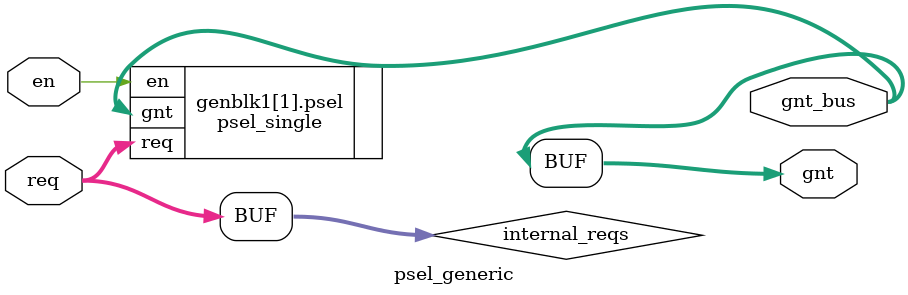
<source format=v>
`include "../../sys_defs.vh"
module psel_generic(req, en, gnt_bus, gnt);
	parameter WIDTH = 6; //number of grant lines that can be high at once.
	parameter NUM_REQS = 1; //number of req lines arbitrating over
	input [WIDTH-1:0] req;
	input en;
	output wire [(WIDTH*NUM_REQS)-1:0] gnt_bus;
	output wor [WIDTH-1:0] gnt;

	wire [(WIDTH*NUM_REQS)-1:0] internal_reqs;

	genvar i;
	for(i = NUM_REQS; i > 0; i = i - 1) begin
		if (i == NUM_REQS) begin
			assign internal_reqs[(WIDTH*NUM_REQS)-1 -: WIDTH] = req[WIDTH-1:0];
		end else begin
			//mask previous grant
			assign internal_reqs[(WIDTH*i)-1 -: WIDTH] = internal_reqs[(WIDTH*(i+1))-1 -: WIDTH] &
														~gnt_bus[(WIDTH*(i+1))-1 -: WIDTH];
		end

		psel_single #(WIDTH) psel(.req(internal_reqs[(WIDTH*i)-1 -: WIDTH]), 
						 .en(en), 
						 .gnt(gnt_bus[(WIDTH*i)-1 -: WIDTH]));

		assign gnt = gnt_bus[(WIDTH*i)-1 -: WIDTH];
	end
endmodule

</source>
